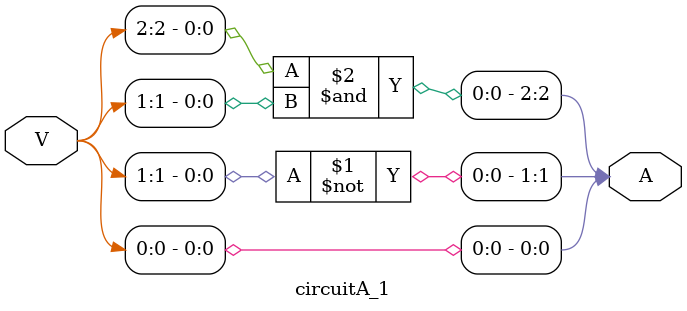
<source format=v>
module circuitA_1 (V, A);
  input [2:0] V;
  output [2:0] A;
  assign A[0] = V[0];
  assign A[1] = ~V[1];
  assign A[2] = (V[2] & V[1]);
endmodule
</source>
